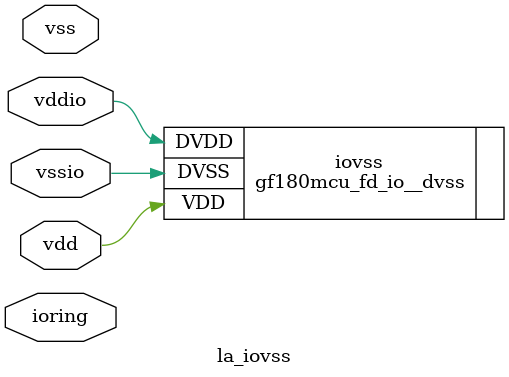
<source format=v>
module la_iovss
  #(parameter TYPE = "DEFAULT", // cell type
    parameter SIDE  = "NO",      // "NO", "SO", "EA", "WE"
    parameter RINGW =  8         // width of io ring
    )
   (
    inout 	vdd, // core supply
    inout 	vss, // core ground
    inout 	vddio, // io supply
    inout 	vssio, // io ground
    inout [RINGW-1:0] ioring // generic io-ring interface
    );

   gf180mcu_fd_io__dvss
     iovss (.DVDD(vddio),
	    .DVSS(vssio),
	    .VDD(vdd));

endmodule

</source>
